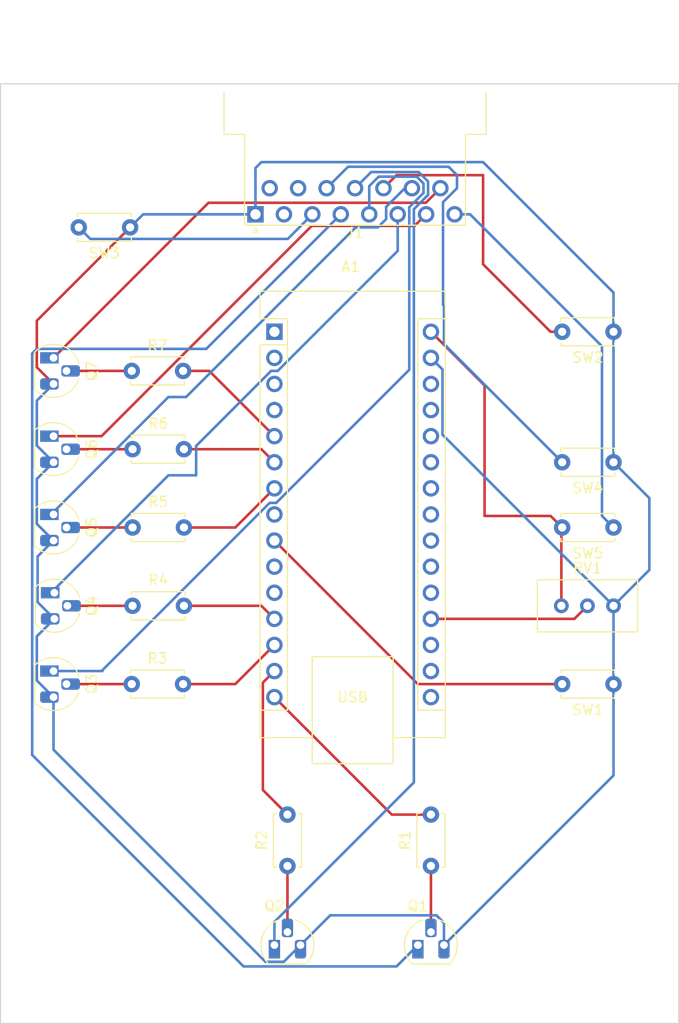
<source format=kicad_pcb>
(kicad_pcb (version 20221018) (generator pcbnew)
  (layers (0 "F.Cu" signal) (31 "B.Cu" signal) (34 "B.Paste" user) (35 "F.Paste" user) (36 "B.SilkS" user "B.Silkscreen") (37 "F.SilkS" user "F.Silkscreen") (38 "B.Mask" user) (39 "F.Mask" user) (44 "Edge.Cuts" user))
  (net 0 "")
  (net 5 "Net-(A1-D2)")
  (net 6 "Net-(A1-D3)")
  (net 7 "Net-(A1-D4)")
  (net 9 "Net-(A1-D6)")
  (net 12 "Net-(A1-D9)")
  (net 13 "Net-(A1-D10)")
  (net 14 "Net-(A1-D11)")
  (net 15 "Net-(A1-D12)")
  (net 19 "Net-(A1-A0)")
  (net 29 "Net-(A1-VIN)")
  (net 30 "Net-(Q1-E)")
  (net 31 "Net-(Q3-E)")
  (net 33 "Net-(Q4-E)")
  (net 34 "Net-(Q6-E)")
  (net 35 "Net-(SW3-A)")
  (net 36 "Net-(J1-P12)")
  (net 37 "Net-(J1-P13)")
  (net 40 "Net-(J1-P14)")
  (net 41 "Net-(J1-P15)")
  (net 42 "Net-(Q2-B)")
  (net 43 "Net-(Q3-B)")
  (net 44 "Net-(Q4-B)")
  (net 45 "Net-(Q1-B)")
  (net 46 "GND")
  (net 47 "Net-(Q5-B)")
  (net 48 "Net-(Q6-B)")
  (net 49 "Net-(Q7-B)")
  (net 50 "Net-(J1-P111)")
  (net 51 "Net-(SW4-B)")
  (footprint "Capacitor_THT:C_Disc_D5.0mm_W2.5mm_P5.00mm" (layer "F.Cu") (at 160.02 91.44 180)
    (fp_text reference "SW2" (at 2.5 -2.5) (layer "F.SilkS"))
    (fp_text value "A button")
    (fp_line (start -0.12 -1.37) (end -0.12 -1.055) (stroke (width 0.12)) (layer "F.SilkS"))
    (fp_line (start -0.12 -1.37) (end 5.12 -1.37) (stroke (width 0.12)) (layer "F.SilkS"))
    (fp_line (start -0.12 1.055) (end -0.12 1.37) (stroke (width 0.12)) (layer "F.SilkS"))
    (fp_line (start -0.12 1.37) (end 5.12 1.37) (stroke (width 0.12)) (layer "F.SilkS"))
    (fp_line (start 5.12 -1.37) (end 5.12 -1.055) (stroke (width 0.12)) (layer "F.SilkS"))
    (fp_line (start 5.12 1.055) (end 5.12 1.37) (stroke (width 0.12)) (layer "F.SilkS"))
    (pad "1" thru_hole circle (at 0 0 180) (size 1.6 1.6) (drill 0.8) (layers "*.Cu" "*.Mask") (net 46 "GND"))
    (pad "2" thru_hole circle (at 5 0 180) (size 1.6 1.6) (drill 0.8) (layers "*.Cu" "*.Mask") (net 37 "Net-(J1-P13)"))
  )
  (footprint "Potentiometer_THT:Potentiometer_Bourns_3296W_Vertical" (layer "F.Cu") (at 160.02 118.11)
    (fp_text reference "RV1" (at -2.54 -3.66) (layer "F.SilkS"))
    (fp_text value "10k pot")
    (fp_line (start -7.425 -2.53) (end -7.425 2.54) (stroke (width 0.12)) (layer "F.SilkS"))
    (fp_line (start -7.425 -2.53) (end 2.345 -2.53) (stroke (width 0.12)) (layer "F.SilkS"))
    (fp_line (start -7.425 2.54) (end 2.345 2.54) (stroke (width 0.12)) (layer "F.SilkS"))
    (fp_line (start 2.345 -2.53) (end 2.345 2.54) (stroke (width 0.12)) (layer "F.SilkS"))
    (pad "1" thru_hole circle (at 0 0) (size 1.44 1.44) (drill 0.8) (layers "*.Cu" "*.Mask") (net 46 "GND"))
    (pad "2" thru_hole circle (at -2.54 0) (size 1.44 1.44) (drill 0.8) (layers "*.Cu" "*.Mask") (net 19 "Net-(A1-A0)"))
    (pad "3" thru_hole circle (at -5.08 0) (size 1.44 1.44) (drill 0.8) (layers "*.Cu" "*.Mask") (net 29 "Net-(A1-VIN)"))
  )
  (footprint "Package_TO_SOT_THT:TO-92_HandSolder" (layer "F.Cu") (at 105.57 116.84 -90)
    (fp_text reference "Q4" (at 1.27 -3.65 90) (layer "F.SilkS"))
    (fp_text value "2N2222")
    (fp_line (start -0.53 1.85) (end 3.07 1.85) (stroke (width 0.12)) (layer "F.SilkS"))
    (fp_arc (start -0.541875 1.841741) (mid -1.247231 -0.581764) (end 0.45 -2.45) (stroke (width 0.12)) (layer "F.SilkS"))
    (fp_arc (start 2.05 -2.45) (mid 3.769931 -0.601036) (end 3.078445 1.827684) (stroke (width 0.12)) (layer "F.SilkS"))
    (pad "1" thru_hole rect (at 0 0 270) (size 1.1 1.8) (drill 0.75 (offset 0 0.4)) (layers "*.Cu" "*.Mask") (net 33 "Net-(Q4-E)"))
    (pad "2" thru_hole roundrect (at 1.27 -1.27 270) (size 1.1 1.8) (drill 0.75 (offset 0 -0.4)) (layers "*.Cu" "*.Mask") (net 44 "Net-(Q4-B)"))
    (pad "3" thru_hole roundrect (at 2.54 0 270) (size 1.1 1.8) (drill 0.75 (offset 0 0.4)) (layers "*.Cu" "*.Mask") (net 46 "GND"))
  )
  (footprint "Package_TO_SOT_THT:TO-92_HandSolder" (layer "F.Cu") (at 105.49 124.46 -90)
    (fp_text reference "Q3" (at 1.27 -3.73 90) (layer "F.SilkS"))
    (fp_text value "2N2222")
    (fp_line (start -0.53 1.85) (end 3.07 1.85) (stroke (width 0.12)) (layer "F.SilkS"))
    (fp_arc (start -0.541875 1.841741) (mid -1.247231 -0.581764) (end 0.45 -2.45) (stroke (width 0.12)) (layer "F.SilkS"))
    (fp_arc (start 2.05 -2.45) (mid 3.769931 -0.601036) (end 3.078445 1.827684) (stroke (width 0.12)) (layer "F.SilkS"))
    (pad "1" thru_hole rect (at 0 0 270) (size 1.1 1.8) (drill 0.75 (offset 0 0.4)) (layers "*.Cu" "*.Mask") (net 31 "Net-(Q3-E)"))
    (pad "2" thru_hole roundrect (at 1.27 -1.27 270) (size 1.1 1.8) (drill 0.75 (offset 0 -0.4)) (layers "*.Cu" "*.Mask") (net 43 "Net-(Q3-B)"))
    (pad "3" thru_hole roundrect (at 2.54 0 270) (size 1.1 1.8) (drill 0.75 (offset 0 0.4)) (layers "*.Cu" "*.Mask") (net 46 "GND"))
  )
  (footprint "Capacitor_THT:C_Disc_D5.0mm_W2.5mm_P5.00mm" (layer "F.Cu") (at 113.11 95.25)
    (fp_text reference "R7" (at 2.5 -2.5) (layer "F.SilkS"))
    (fp_text value "10k")
    (fp_line (start -0.12 -1.37) (end -0.12 -1.055) (stroke (width 0.12)) (layer "F.SilkS"))
    (fp_line (start -0.12 -1.37) (end 5.12 -1.37) (stroke (width 0.12)) (layer "F.SilkS"))
    (fp_line (start -0.12 1.055) (end -0.12 1.37) (stroke (width 0.12)) (layer "F.SilkS"))
    (fp_line (start -0.12 1.37) (end 5.12 1.37) (stroke (width 0.12)) (layer "F.SilkS"))
    (fp_line (start 5.12 -1.37) (end 5.12 -1.055) (stroke (width 0.12)) (layer "F.SilkS"))
    (fp_line (start 5.12 1.055) (end 5.12 1.37) (stroke (width 0.12)) (layer "F.SilkS"))
    (pad "1" thru_hole circle (at 0 0) (size 1.6 1.6) (drill 0.8) (layers "*.Cu" "*.Mask") (net 49 "Net-(Q7-B)"))
    (pad "2" thru_hole circle (at 5 0) (size 1.6 1.6) (drill 0.8) (layers "*.Cu" "*.Mask") (net 5 "Net-(A1-D2)"))
  )
  (footprint "Package_TO_SOT_THT:TO-92_HandSolder" (layer "F.Cu") (at 105.49 101.6 -90)
    (fp_text reference "Q6" (at 1.27 -3.73 90) (layer "F.SilkS"))
    (fp_text value "2N2222")
    (fp_line (start -0.53 1.85) (end 3.07 1.85) (stroke (width 0.12)) (layer "F.SilkS"))
    (fp_arc (start -0.541875 1.841741) (mid -1.247231 -0.581764) (end 0.45 -2.45) (stroke (width 0.12)) (layer "F.SilkS"))
    (fp_arc (start 2.05 -2.45) (mid 3.769931 -0.601036) (end 3.078445 1.827684) (stroke (width 0.12)) (layer "F.SilkS"))
    (pad "1" thru_hole rect (at 0 0 270) (size 1.1 1.8) (drill 0.75 (offset 0 0.4)) (layers "*.Cu" "*.Mask") (net 34 "Net-(Q6-E)"))
    (pad "2" thru_hole roundrect (at 1.27 -1.27 270) (size 1.1 1.8) (drill 0.75 (offset 0 -0.4)) (layers "*.Cu" "*.Mask") (net 48 "Net-(Q6-B)"))
    (pad "3" thru_hole roundrect (at 2.54 0 270) (size 1.1 1.8) (drill 0.75 (offset 0 0.4)) (layers "*.Cu" "*.Mask") (net 46 "GND"))
  )
  (footprint "Capacitor_THT:C_Disc_D5.0mm_W2.5mm_P5.00mm" (layer "F.Cu") (at 113.19 110.49)
    (fp_text reference "R5" (at 2.5 -2.5) (layer "F.SilkS"))
    (fp_text value "10k")
    (fp_line (start -0.12 -1.37) (end -0.12 -1.055) (stroke (width 0.12)) (layer "F.SilkS"))
    (fp_line (start -0.12 -1.37) (end 5.12 -1.37) (stroke (width 0.12)) (layer "F.SilkS"))
    (fp_line (start -0.12 1.055) (end -0.12 1.37) (stroke (width 0.12)) (layer "F.SilkS"))
    (fp_line (start -0.12 1.37) (end 5.12 1.37) (stroke (width 0.12)) (layer "F.SilkS"))
    (fp_line (start 5.12 -1.37) (end 5.12 -1.055) (stroke (width 0.12)) (layer "F.SilkS"))
    (fp_line (start 5.12 1.055) (end 5.12 1.37) (stroke (width 0.12)) (layer "F.SilkS"))
    (pad "1" thru_hole circle (at 0 0) (size 1.6 1.6) (drill 0.8) (layers "*.Cu" "*.Mask") (net 47 "Net-(Q5-B)"))
    (pad "2" thru_hole circle (at 5 0) (size 1.6 1.6) (drill 0.8) (layers "*.Cu" "*.Mask") (net 7 "Net-(A1-D4)"))
  )
  (footprint "Capacitor_THT:C_Disc_D5.0mm_W2.5mm_P5.00mm" (layer "F.Cu") (at 160.02 125.73 180)
    (fp_text reference "SW1" (at 2.5 -2.5) (layer "F.SilkS"))
    (fp_text value "Simple input toggle")
    (fp_line (start -0.12 -1.37) (end -0.12 -1.055) (stroke (width 0.12)) (layer "F.SilkS"))
    (fp_line (start -0.12 -1.37) (end 5.12 -1.37) (stroke (width 0.12)) (layer "F.SilkS"))
    (fp_line (start -0.12 1.055) (end -0.12 1.37) (stroke (width 0.12)) (layer "F.SilkS"))
    (fp_line (start -0.12 1.37) (end 5.12 1.37) (stroke (width 0.12)) (layer "F.SilkS"))
    (fp_line (start 5.12 -1.37) (end 5.12 -1.055) (stroke (width 0.12)) (layer "F.SilkS"))
    (fp_line (start 5.12 1.055) (end 5.12 1.37) (stroke (width 0.12)) (layer "F.SilkS"))
    (pad "1" thru_hole circle (at 0 0 180) (size 1.6 1.6) (drill 0.8) (layers "*.Cu" "*.Mask") (net 46 "GND"))
    (pad "2" thru_hole circle (at 5 0 180) (size 1.6 1.6) (drill 0.8) (layers "*.Cu" "*.Mask") (net 9 "Net-(A1-D6)"))
  )
  (footprint "Package_TO_SOT_THT:TO-92_HandSolder" (layer "F.Cu") (at 105.49 93.98 -90)
    (fp_text reference "Q7" (at 1.27 -3.73 90) (layer "F.SilkS"))
    (fp_text value "2N2222")
    (fp_line (start -0.53 1.85) (end 3.07 1.85) (stroke (width 0.12)) (layer "F.SilkS"))
    (fp_arc (start -0.541875 1.841741) (mid -1.247231 -0.581764) (end 0.45 -2.45) (stroke (width 0.12)) (layer "F.SilkS"))
    (fp_arc (start 2.05 -2.45) (mid 3.769931 -0.601036) (end 3.078445 1.827684) (stroke (width 0.12)) (layer "F.SilkS"))
    (pad "1" thru_hole rect (at 0 0 270) (size 1.1 1.8) (drill 0.75 (offset 0 0.4)) (layers "*.Cu" "*.Mask") (net 41 "Net-(J1-P15)"))
    (pad "2" thru_hole roundrect (at 1.27 -1.27 270) (size 1.1 1.8) (drill 0.75 (offset 0 -0.4)) (layers "*.Cu" "*.Mask") (net 49 "Net-(Q7-B)"))
    (pad "3" thru_hole roundrect (at 2.54 0 270) (size 1.1 1.8) (drill 0.75 (offset 0 0.4)) (layers "*.Cu" "*.Mask") (net 46 "GND"))
  )
  (footprint "Capacitor_THT:C_Disc_D5.0mm_W2.5mm_P5.00mm" (layer "F.Cu") (at 160.02 104.14 180)
    (fp_text reference "SW4" (at 2.5 -2.5) (layer "F.SilkS"))
    (fp_text value "Start button")
    (fp_line (start -0.12 -1.37) (end -0.12 -1.055) (stroke (width 0.12)) (layer "F.SilkS"))
    (fp_line (start -0.12 -1.37) (end 5.12 -1.37) (stroke (width 0.12)) (layer "F.SilkS"))
    (fp_line (start -0.12 1.055) (end -0.12 1.37) (stroke (width 0.12)) (layer "F.SilkS"))
    (fp_line (start -0.12 1.37) (end 5.12 1.37) (stroke (width 0.12)) (layer "F.SilkS"))
    (fp_line (start 5.12 -1.37) (end 5.12 -1.055) (stroke (width 0.12)) (layer "F.SilkS"))
    (fp_line (start 5.12 1.055) (end 5.12 1.37) (stroke (width 0.12)) (layer "F.SilkS"))
    (pad "1" thru_hole circle (at 0 0 180) (size 1.6 1.6) (drill 0.8) (layers "*.Cu" "*.Mask") (net 46 "GND"))
    (pad "2" thru_hole circle (at 5 0 180) (size 1.6 1.6) (drill 0.8) (layers "*.Cu" "*.Mask") (net 50 "Net-(J1-P111)"))
  )
  (footprint "Capacitor_THT:C_Disc_D5.0mm_W2.5mm_P5.00mm" (layer "F.Cu") (at 160.02 110.49 180)
    (fp_text reference "SW5" (at 2.5 -2.5) (layer "F.SilkS"))
    (fp_text value "Power")
    (fp_line (start -0.12 -1.37) (end -0.12 -1.055) (stroke (width 0.12)) (layer "F.SilkS"))
    (fp_line (start -0.12 -1.37) (end 5.12 -1.37) (stroke (width 0.12)) (layer "F.SilkS"))
    (fp_line (start -0.12 1.055) (end -0.12 1.37) (stroke (width 0.12)) (layer "F.SilkS"))
    (fp_line (start -0.12 1.37) (end 5.12 1.37) (stroke (width 0.12)) (layer "F.SilkS"))
    (fp_line (start 5.12 -1.37) (end 5.12 -1.055) (stroke (width 0.12)) (layer "F.SilkS"))
    (fp_line (start 5.12 1.055) (end 5.12 1.37) (stroke (width 0.12)) (layer "F.SilkS"))
    (pad "1" thru_hole circle (at 0 0 180) (size 1.6 1.6) (drill 0.8) (layers "*.Cu" "*.Mask") (net 35 "Net-(SW3-A)"))
    (pad "2" thru_hole circle (at 5 0 180) (size 1.6 1.6) (drill 0.8) (layers "*.Cu" "*.Mask") (net 29 "Net-(A1-VIN)"))
  )
  (footprint "Connector_Dsub:DSUB-15_Female_Horizontal_P2.77x2.54mm_EdgePinOffset9.40mm" (layer "F.Cu") (at 125.155 80.01 180)
    (fp_text reference "J1" (at -9.695 -1.8) (layer "F.SilkS"))
    (fp_text value "DA15_Receptacle")
    (fp_line (start -22.455 7.78) (end -20.45 7.78) (stroke (width 0.12)) (layer "F.SilkS"))
    (fp_line (start -22.455 11.88) (end -22.455 7.78) (stroke (width 0.12)) (layer "F.SilkS"))
    (fp_line (start -20.45 -1.06) (end 1.06 -1.06) (stroke (width 0.12)) (layer "F.SilkS"))
    (fp_line (start -20.45 7.78) (end -20.45 -1.06) (stroke (width 0.12)) (layer "F.SilkS"))
    (fp_line (start -0.25 -1.754338) (end 0.25 -1.754338) (stroke (width 0.12)) (layer "F.SilkS"))
    (fp_line (start 0 -1.321325) (end -0.25 -1.754338) (stroke (width 0.12)) (layer "F.SilkS"))
    (fp_line (start 0.25 -1.754338) (end 0 -1.321325) (stroke (width 0.12)) (layer "F.SilkS"))
    (fp_line (start 1.06 -1.06) (end 1.06 7.78) (stroke (width 0.12)) (layer "F.SilkS"))
    (fp_line (start 1.06 7.78) (end 3.065 7.78) (stroke (width 0.12)) (layer "F.SilkS"))
    (fp_line (start 3.065 7.78) (end 3.065 11.88) (stroke (width 0.12)) (layer "F.SilkS"))
    (pad "1" thru_hole rect (at 0 0 180) (size 1.6 1.6) (drill 1) (layers "*.Cu" "*.Mask") (net 46 "GND"))
    (pad "2" thru_hole circle (at -2.77 0 180) (size 1.6 1.6) (drill 1) (layers "*.Cu" "*.Mask"))
    (pad "3" thru_hole circle (at -5.54 0 180) (size 1.6 1.6) (drill 1) (layers "*.Cu" "*.Mask") (net 51 "Net-(SW4-B)"))
    (pad "4" thru_hole circle (at -8.31 0 180) (size 1.6 1.6) (drill 1) (layers "*.Cu" "*.Mask") (net 30 "Net-(Q1-E)"))
    (pad "5" thru_hole circle (at -11.08 0 180) (size 1.6 1.6) (drill 1) (layers "*.Cu" "*.Mask") (net 31 "Net-(Q3-E)"))
    (pad "6" thru_hole circle (at -13.85 0 180) (size 1.6 1.6) (drill 1) (layers "*.Cu" "*.Mask") (net 33 "Net-(Q4-E)"))
    (pad "7" thru_hole circle (at -16.62 0 180) (size 1.6 1.6) (drill 1) (layers "*.Cu" "*.Mask") (net 34 "Net-(Q6-E)"))
    (pad "8" thru_hole circle (at -19.39 0 180) (size 1.6 1.6) (drill 1) (layers "*.Cu" "*.Mask") (net 35 "Net-(SW3-A)"))
    (pad "9" thru_hole circle (at -1.385 2.54 180) (size 1.6 1.6) (drill 1) (layers "*.Cu" "*.Mask"))
    (pad "10" thru_hole circle (at -4.155 2.54 180) (size 1.6 1.6) (drill 1) (layers "*.Cu" "*.Mask"))
    (pad "11" thru_hole circle (at -6.925 2.54 180) (size 1.6 1.6) (drill 1) (layers "*.Cu" "*.Mask") (net 50 "Net-(J1-P111)"))
    (pad "12" thru_hole circle (at -9.695 2.54 180) (size 1.6 1.6) (drill 1) (layers "*.Cu" "*.Mask") (net 36 "Net-(J1-P12)"))
    (pad "13" thru_hole circle (at -12.465 2.54 180) (size 1.6 1.6) (drill 1) (layers "*.Cu" "*.Mask") (net 37 "Net-(J1-P13)"))
    (pad "14" thru_hole circle (at -15.235 2.54 180) (size 1.6 1.6) (drill 1) (layers "*.Cu" "*.Mask") (net 40 "Net-(J1-P14)"))
    (pad "15" thru_hole circle (at -18.005 2.54 180) (size 1.6 1.6) (drill 1) (layers "*.Cu" "*.Mask") (net 41 "Net-(J1-P15)"))
  )
  (footprint "Capacitor_THT:C_Disc_D5.0mm_W2.5mm_P5.00mm" (layer "F.Cu") (at 113.11 125.73)
    (fp_text reference "R3" (at 2.5 -2.5) (layer "F.SilkS"))
    (fp_text value "10k")
    (fp_line (start -0.12 -1.37) (end -0.12 -1.055) (stroke (width 0.12)) (layer "F.SilkS"))
    (fp_line (start -0.12 -1.37) (end 5.12 -1.37) (stroke (width 0.12)) (layer "F.SilkS"))
    (fp_line (start -0.12 1.055) (end -0.12 1.37) (stroke (width 0.12)) (layer "F.SilkS"))
    (fp_line (start -0.12 1.37) (end 5.12 1.37) (stroke (width 0.12)) (layer "F.SilkS"))
    (fp_line (start 5.12 -1.37) (end 5.12 -1.055) (stroke (width 0.12)) (layer "F.SilkS"))
    (fp_line (start 5.12 1.055) (end 5.12 1.37) (stroke (width 0.12)) (layer "F.SilkS"))
    (pad "1" thru_hole circle (at 0 0) (size 1.6 1.6) (drill 0.8) (layers "*.Cu" "*.Mask") (net 43 "Net-(Q3-B)"))
    (pad "2" thru_hole circle (at 5 0) (size 1.6 1.6) (drill 0.8) (layers "*.Cu" "*.Mask") (net 13 "Net-(A1-D10)"))
  )
  (footprint "Capacitor_THT:C_Disc_D5.0mm_W2.5mm_P5.00mm" (layer "F.Cu") (at 128.27 143.43 90)
    (fp_text reference "R2" (at 2.5 -2.5 90) (layer "F.SilkS"))
    (fp_text value "10k")
    (fp_line (start -0.12 -1.37) (end -0.12 -1.055) (stroke (width 0.12)) (layer "F.SilkS"))
    (fp_line (start -0.12 -1.37) (end 5.12 -1.37) (stroke (width 0.12)) (layer "F.SilkS"))
    (fp_line (start -0.12 1.055) (end -0.12 1.37) (stroke (width 0.12)) (layer "F.SilkS"))
    (fp_line (start -0.12 1.37) (end 5.12 1.37) (stroke (width 0.12)) (layer "F.SilkS"))
    (fp_line (start 5.12 -1.37) (end 5.12 -1.055) (stroke (width 0.12)) (layer "F.SilkS"))
    (fp_line (start 5.12 1.055) (end 5.12 1.37) (stroke (width 0.12)) (layer "F.SilkS"))
    (pad "1" thru_hole circle (at 0 0 90) (size 1.6 1.6) (drill 0.8) (layers "*.Cu" "*.Mask") (net 42 "Net-(Q2-B)"))
    (pad "2" thru_hole circle (at 5 0 90) (size 1.6 1.6) (drill 0.8) (layers "*.Cu" "*.Mask") (net 14 "Net-(A1-D11)"))
  )
  (footprint "Capacitor_THT:C_Disc_D5.0mm_W2.5mm_P5.00mm" (layer "F.Cu") (at 113.19 118.11)
    (fp_text reference "R4" (at 2.5 -2.5) (layer "F.SilkS"))
    (fp_text value "10k")
    (fp_line (start -0.12 -1.37) (end -0.12 -1.055) (stroke (width 0.12)) (layer "F.SilkS"))
    (fp_line (start -0.12 -1.37) (end 5.12 -1.37) (stroke (width 0.12)) (layer "F.SilkS"))
    (fp_line (start -0.12 1.055) (end -0.12 1.37) (stroke (width 0.12)) (layer "F.SilkS"))
    (fp_line (start -0.12 1.37) (end 5.12 1.37) (stroke (width 0.12)) (layer "F.SilkS"))
    (fp_line (start 5.12 -1.37) (end 5.12 -1.055) (stroke (width 0.12)) (layer "F.SilkS"))
    (fp_line (start 5.12 1.055) (end 5.12 1.37) (stroke (width 0.12)) (layer "F.SilkS"))
    (pad "1" thru_hole circle (at 0 0) (size 1.6 1.6) (drill 0.8) (layers "*.Cu" "*.Mask") (net 44 "Net-(Q4-B)"))
    (pad "2" thru_hole circle (at 5 0) (size 1.6 1.6) (drill 0.8) (layers "*.Cu" "*.Mask") (net 12 "Net-(A1-D9)"))
  )
  (footprint "MountingHole:MountingHole_2.1mm" (layer "F.Cu") (at 156.21 152.4)
    (fp_text reference " " (at 0 -3.2) (layer "F.SilkS"))
    (fp_text value " ")
    (pad "" np_thru_hole circle (at 0 0) (size 2.1 2.1) (drill 2.1) (layers "F&B.Cu" "*.Mask"))
  )
  (footprint "MountingHole:MountingHole_2.1mm" (layer "F.Cu") (at 110.49 152.4)
    (fp_text reference " " (at 0 -3.2) (layer "F.SilkS"))
    (fp_text value " ")
    (pad "" np_thru_hole circle (at 0 0) (size 2.1 2.1) (drill 2.1) (layers "F&B.Cu" "*.Mask"))
  )
  (footprint "Package_TO_SOT_THT:TO-92_HandSolder" (layer "F.Cu") (at 105.49 109.22 -90)
    (fp_text reference "Q5" (at 1.27 -3.73 90) (layer "F.SilkS"))
    (fp_text value "2N2222")
    (fp_line (start -0.53 1.85) (end 3.07 1.85) (stroke (width 0.12)) (layer "F.SilkS"))
    (fp_arc (start -0.541875 1.841741) (mid -1.247231 -0.581764) (end 0.45 -2.45) (stroke (width 0.12)) (layer "F.SilkS"))
    (fp_arc (start 2.05 -2.45) (mid 3.769931 -0.601036) (end 3.078445 1.827684) (stroke (width 0.12)) (layer "F.SilkS"))
    (pad "1" thru_hole rect (at 0 0 270) (size 1.1 1.8) (drill 0.75 (offset 0 0.4)) (layers "*.Cu" "*.Mask") (net 40 "Net-(J1-P14)"))
    (pad "2" thru_hole roundrect (at 1.27 -1.27 270) (size 1.1 1.8) (drill 0.75 (offset 0 -0.4)) (layers "*.Cu" "*.Mask") (net 47 "Net-(Q5-B)"))
    (pad "3" thru_hole roundrect (at 2.54 0 270) (size 1.1 1.8) (drill 0.75 (offset 0 0.4)) (layers "*.Cu" "*.Mask") (net 46 "GND"))
  )
  (footprint "Capacitor_THT:C_Disc_D5.0mm_W2.5mm_P5.00mm" (layer "F.Cu") (at 112.95 81.28 180)
    (fp_text reference "SW3" (at 2.5 -2.5) (layer "F.SilkS"))
    (fp_text value "Select button")
    (fp_line (start -0.12 -1.37) (end -0.12 -1.055) (stroke (width 0.12)) (layer "F.SilkS"))
    (fp_line (start -0.12 -1.37) (end 5.12 -1.37) (stroke (width 0.12)) (layer "F.SilkS"))
    (fp_line (start -0.12 1.055) (end -0.12 1.37) (stroke (width 0.12)) (layer "F.SilkS"))
    (fp_line (start -0.12 1.37) (end 5.12 1.37) (stroke (width 0.12)) (layer "F.SilkS"))
    (fp_line (start 5.12 -1.37) (end 5.12 -1.055) (stroke (width 0.12)) (layer "F.SilkS"))
    (fp_line (start 5.12 1.055) (end 5.12 1.37) (stroke (width 0.12)) (layer "F.SilkS"))
    (pad "1" thru_hole circle (at 0 0 180) (size 1.6 1.6) (drill 0.8) (layers "*.Cu" "*.Mask") (net 46 "GND"))
    (pad "2" thru_hole circle (at 5 0 180) (size 1.6 1.6) (drill 0.8) (layers "*.Cu" "*.Mask") (net 51 "Net-(SW4-B)"))
  )
  (footprint "Capacitor_THT:C_Disc_D5.0mm_W2.5mm_P5.00mm" (layer "F.Cu") (at 142.24 143.43 90)
    (fp_text reference "R1" (at 2.5 -2.5 90) (layer "F.SilkS"))
    (fp_text value "10k")
    (fp_line (start -0.12 -1.37) (end -0.12 -1.055) (stroke (width 0.12)) (layer "F.SilkS"))
    (fp_line (start -0.12 -1.37) (end 5.12 -1.37) (stroke (width 0.12)) (layer "F.SilkS"))
    (fp_line (start -0.12 1.055) (end -0.12 1.37) (stroke (width 0.12)) (layer "F.SilkS"))
    (fp_line (start -0.12 1.37) (end 5.12 1.37) (stroke (width 0.12)) (layer "F.SilkS"))
    (fp_line (start 5.12 -1.37) (end 5.12 -1.055) (stroke (width 0.12)) (layer "F.SilkS"))
    (fp_line (start 5.12 1.055) (end 5.12 1.37) (stroke (width 0.12)) (layer "F.SilkS"))
    (pad "1" thru_hole circle (at 0 0 90) (size 1.6 1.6) (drill 0.8) (layers "*.Cu" "*.Mask") (net 45 "Net-(Q1-B)"))
    (pad "2" thru_hole circle (at 5 0 90) (size 1.6 1.6) (drill 0.8) (layers "*.Cu" "*.Mask") (net 15 "Net-(A1-D12)"))
  )
  (footprint "Package_TO_SOT_THT:TO-92_HandSolder" (layer "F.Cu") (at 140.97 151.13)
    (fp_text reference "Q1" (at 0 -3.81) (layer "F.SilkS"))
    (fp_text value "2N2222")
    (fp_line (start -0.53 1.85) (end 3.07 1.85) (stroke (width 0.12)) (layer "F.SilkS"))
    (fp_arc (start -0.541875 1.841741) (mid -1.247231 -0.581764) (end 0.45 -2.45) (stroke (width 0.12)) (layer "F.SilkS"))
    (fp_arc (start 2.05 -2.45) (mid 3.769931 -0.601036) (end 3.078445 1.827684) (stroke (width 0.12)) (layer "F.SilkS"))
    (pad "1" thru_hole rect (at 0 0) (size 1.1 1.8) (drill 0.75 (offset 0 0.4)) (layers "*.Cu" "*.Mask") (net 30 "Net-(Q1-E)"))
    (pad "2" thru_hole roundrect (at 1.27 -1.27) (size 1.1 1.8) (drill 0.75 (offset 0 -0.4)) (layers "*.Cu" "*.Mask") (net 45 "Net-(Q1-B)"))
    (pad "3" thru_hole roundrect (at 2.54 0) (size 1.1 1.8) (drill 0.75 (offset 0 0.4)) (layers "*.Cu" "*.Mask") (net 46 "GND"))
  )
  (footprint "Module:Arduino_Nano" (layer "F.Cu") (at 127 91.44)
    (fp_text reference "A1" (at 7.445 -6.340331) (layer "F.SilkS"))
    (fp_text value "Arduino Nano")
    (fp_text user "USB" (at 7.62 35.56 unlocked) (layer "F.SilkS"))
    (fp_line (start -1.4 -3.94) (end -1.4 -1.27) (stroke (width 0.12)) (layer "F.SilkS"))
    (fp_line (start -1.4 1.27) (end -1.4 39.5) (stroke (width 0.12)) (layer "F.SilkS"))
    (fp_line (start -1.4 39.5) (end 3.68 39.5) (stroke (width 0.12)) (layer "F.SilkS"))
    (fp_line (start 1.27 -1.27) (end -1.4 -1.27) (stroke (width 0.12)) (layer "F.SilkS"))
    (fp_line (start 1.27 1.27) (end -1.4 1.27) (stroke (width 0.12)) (layer "F.SilkS"))
    (fp_line (start 1.27 1.27) (end 1.27 -1.27) (stroke (width 0.12)) (layer "F.SilkS"))
    (fp_line (start 1.27 1.27) (end 1.27 36.83) (stroke (width 0.12)) (layer "F.SilkS"))
    (fp_line (start 1.27 36.83) (end -1.4 36.83) (stroke (width 0.12)) (layer "F.SilkS"))
    (fp_line (start 3.68 31.62) (end 11.56 31.62) (stroke (width 0.12)) (layer "F.SilkS"))
    (fp_line (start 3.68 42.04) (end 3.68 31.62) (stroke (width 0.12)) (layer "F.SilkS"))
    (fp_line (start 11.56 31.62) (end 11.56 42.04) (stroke (width 0.12)) (layer "F.SilkS"))
    (fp_line (start 11.56 42.04) (end 3.68 42.04) (stroke (width 0.12)) (layer "F.SilkS"))
    (fp_line (start 13.97 -1.27) (end 13.97 36.83) (stroke (width 0.12)) (layer "F.SilkS"))
    (fp_line (start 13.97 -1.27) (end 16.64 -1.27) (stroke (width 0.12)) (layer "F.SilkS"))
    (fp_line (start 13.97 36.83) (end 16.64 36.83) (stroke (width 0.12)) (layer "F.SilkS"))
    (fp_line (start 16.64 -3.94) (end -1.4 -3.94) (stroke (width 0.12)) (layer "F.SilkS"))
    (fp_line (start 16.64 39.5) (end 11.56 39.5) (stroke (width 0.12)) (layer "F.SilkS"))
    (fp_line (start 16.64 39.5) (end 16.64 -3.94) (stroke (width 0.12)) (layer "F.SilkS"))
    (pad "1" thru_hole rect (at 0 0) (size 1.6 1.6) (drill 1) (layers "*.Cu" "*.Mask"))
    (pad "2" thru_hole oval (at 0 2.54) (size 1.6 1.6) (drill 1) (layers "*.Cu" "*.Mask"))
    (pad "3" thru_hole oval (at 0 5.08) (size 1.6 1.6) (drill 1) (layers "*.Cu" "*.Mask"))
    (pad "4" thru_hole oval (at 0 7.62) (size 1.6 1.6) (drill 1) (layers "*.Cu" "*.Mask"))
    (pad "5" thru_hole oval (at 0 10.16) (size 1.6 1.6) (drill 1) (layers "*.Cu" "*.Mask") (net 5 "Net-(A1-D2)"))
    (pad "6" thru_hole oval (at 0 12.7) (size 1.6 1.6) (drill 1) (layers "*.Cu" "*.Mask") (net 6 "Net-(A1-D3)"))
    (pad "7" thru_hole oval (at 0 15.24) (size 1.6 1.6) (drill 1) (layers "*.Cu" "*.Mask") (net 7 "Net-(A1-D4)"))
    (pad "8" thru_hole oval (at 0 17.78) (size 1.6 1.6) (drill 1) (layers "*.Cu" "*.Mask"))
    (pad "9" thru_hole oval (at 0 20.32) (size 1.6 1.6) (drill 1) (layers "*.Cu" "*.Mask") (net 9 "Net-(A1-D6)"))
    (pad "10" thru_hole oval (at 0 22.86) (size 1.6 1.6) (drill 1) (layers "*.Cu" "*.Mask"))
    (pad "11" thru_hole oval (at 0 25.4) (size 1.6 1.6) (drill 1) (layers "*.Cu" "*.Mask"))
    (pad "12" thru_hole oval (at 0 27.94) (size 1.6 1.6) (drill 1) (layers "*.Cu" "*.Mask") (net 12 "Net-(A1-D9)"))
    (pad "13" thru_hole oval (at 0 30.48) (size 1.6 1.6) (drill 1) (layers "*.Cu" "*.Mask") (net 13 "Net-(A1-D10)"))
    (pad "14" thru_hole oval (at 0 33.02) (size 1.6 1.6) (drill 1) (layers "*.Cu" "*.Mask") (net 14 "Net-(A1-D11)"))
    (pad "15" thru_hole oval (at 0 35.56) (size 1.6 1.6) (drill 1) (layers "*.Cu" "*.Mask") (net 15 "Net-(A1-D12)"))
    (pad "16" thru_hole oval (at 15.24 35.56) (size 1.6 1.6) (drill 1) (layers "*.Cu" "*.Mask"))
    (pad "17" thru_hole oval (at 15.24 33.02) (size 1.6 1.6) (drill 1) (layers "*.Cu" "*.Mask"))
    (pad "18" thru_hole oval (at 15.24 30.48) (size 1.6 1.6) (drill 1) (layers "*.Cu" "*.Mask"))
    (pad "19" thru_hole oval (at 15.24 27.94) (size 1.6 1.6) (drill 1) (layers "*.Cu" "*.Mask") (net 19 "Net-(A1-A0)"))
    (pad "20" thru_hole oval (at 15.24 25.4) (size 1.6 1.6) (drill 1) (layers "*.Cu" "*.Mask"))
    (pad "21" thru_hole oval (at 15.24 22.86) (size 1.6 1.6) (drill 1) (layers "*.Cu" "*.Mask"))
    (pad "22" thru_hole oval (at 15.24 20.32) (size 1.6 1.6) (drill 1) (layers "*.Cu" "*.Mask"))
    (pad "23" thru_hole oval (at 15.24 17.78) (size 1.6 1.6) (drill 1) (layers "*.Cu" "*.Mask"))
    (pad "24" thru_hole oval (at 15.24 15.24) (size 1.6 1.6) (drill 1) (layers "*.Cu" "*.Mask"))
    (pad "25" thru_hole oval (at 15.24 12.7) (size 1.6 1.6) (drill 1) (layers "*.Cu" "*.Mask"))
    (pad "26" thru_hole oval (at 15.24 10.16) (size 1.6 1.6) (drill 1) (layers "*.Cu" "*.Mask"))
    (pad "27" thru_hole oval (at 15.24 7.62) (size 1.6 1.6) (drill 1) (layers "*.Cu" "*.Mask"))
    (pad "28" thru_hole oval (at 15.24 5.08) (size 1.6 1.6) (drill 1) (layers "*.Cu" "*.Mask"))
    (pad "29" thru_hole oval (at 15.24 2.54) (size 1.6 1.6) (drill 1) (layers "*.Cu" "*.Mask") (net 46 "GND"))
    (pad "30" thru_hole oval (at 15.24 0) (size 1.6 1.6) (drill 1) (layers "*.Cu" "*.Mask") (net 29 "Net-(A1-VIN)"))
  )
  (footprint "Capacitor_THT:C_Disc_D5.0mm_W2.5mm_P5.00mm" (layer "F.Cu") (at 113.19 102.87)
    (fp_text reference "R6" (at 2.5 -2.5) (layer "F.SilkS"))
    (fp_text value "10k" hide)
    (fp_line (start -0.12 -1.37) (end -0.12 -1.055) (stroke (width 0.12)) (layer "F.SilkS"))
    (fp_line (start -0.12 -1.37) (end 5.12 -1.37) (stroke (width 0.12)) (layer "F.SilkS"))
    (fp_line (start -0.12 1.055) (end -0.12 1.37) (stroke (width 0.12)) (layer "F.SilkS"))
    (fp_line (start -0.12 1.37) (end 5.12 1.37) (stroke (width 0.12)) (layer "F.SilkS"))
    (fp_line (start 5.12 -1.37) (end 5.12 -1.055) (stroke (width 0.12)) (layer "F.SilkS"))
    (fp_line (start 5.12 1.055) (end 5.12 1.37) (stroke (width 0.12)) (layer "F.SilkS"))
    (pad "1" thru_hole circle (at 0 0) (size 1.6 1.6) (drill 0.8) (layers "*.Cu" "*.Mask") (net 48 "Net-(Q6-B)"))
    (pad "2" thru_hole circle (at 5 0) (size 1.6 1.6) (drill 0.8) (layers "*.Cu" "*.Mask") (net 6 "Net-(A1-D3)"))
  )
  (footprint "MountingHole:MountingHole_2.1mm" (layer "F.Cu") (at 110.49 74.93)
    (fp_text reference " " (at 0 -3.2) (layer "F.SilkS"))
    (fp_text value " ")
    (pad "" np_thru_hole circle (at 0 0) (size 2.1 2.1) (drill 2.1) (layers "*.Cu" "*.Mask"))
  )
  (footprint "MountingHole:MountingHole_2.1mm" (layer "F.Cu") (at 158.75 74.93)
    (fp_text reference " " (at 0 -3.2) (layer "F.SilkS"))
    (fp_text value " ")
    (pad "" np_thru_hole circle (at 0 0) (size 2.1 2.1) (drill 2.1) (layers "F&B.Cu" "*.Mask"))
  )
  (footprint "Package_TO_SOT_THT:TO-92_HandSolder" (layer "F.Cu") (at 127 151.13)
    (fp_text reference "Q2" (at 0 -3.81) (layer "F.SilkS"))
    (fp_text value "2N2222")
    (fp_line (start -0.53 1.85) (end 3.07 1.85) (stroke (width 0.12)) (layer "F.SilkS"))
    (fp_arc (start -0.541875 1.841741) (mid -1.247231 -0.581764) (end 0.45 -2.45) (stroke (width 0.12)) (layer "F.SilkS"))
    (fp_arc (start 2.05 -2.45) (mid 3.769931 -0.601036) (end 3.078445 1.827684) (stroke (width 0.12)) (layer "F.SilkS"))
    (pad "1" thru_hole rect (at 0 0) (size 1.1 1.8) (drill 0.75 (offset 0 0.4)) (layers "*.Cu" "*.Mask") (net 36 "Net-(J1-P12)"))
    (pad "2" thru_hole roundrect (at 1.27 -1.27) (size 1.1 1.8) (drill 0.75 (offset 0 -0.4)) (layers "*.Cu" "*.Mask") (net 42 "Net-(Q2-B)"))
    (pad "3" thru_hole roundrect (at 2.54 0) (size 1.1 1.8) (drill 0.75 (offset 0 0.4)) (layers "*.Cu" "*.Mask") (net 46 "GND"))
  )
  (gr_rect (start 100.33 67.31) (end 166.37 158.75) (stroke (width 0.1)) (fill none) (layer "Edge.Cuts"))
  (segment (start 120.65 95.25) (end 127 101.6) (width 0.25) (layer "F.Cu") (net 5))
  (segment (start 118.11 95.25) (end 120.65 95.25) (width 0.25) (layer "F.Cu") (net 5))
  (segment (start 125.73 102.87) (end 127 104.14) (width 0.25) (layer "F.Cu") (net 6))
  (segment (start 118.19 102.87) (end 125.73 102.87) (width 0.25) (layer "F.Cu") (net 6))
  (segment (start 118.19 110.49) (end 123.19 110.49) (width 0.25) (layer "F.Cu") (net 7))
  (segment (start 123.19 110.49) (end 127 106.68) (width 0.25) (layer "F.Cu") (net 7))
  (segment (start 140.97 125.73) (end 127 111.76) (width 0.25) (layer "F.Cu") (net 9))
  (segment (start 155.02 125.73) (end 140.97 125.73) (width 0.25) (layer "F.Cu") (net 9))
  (segment (start 118.19 118.11) (end 125.73 118.11) (width 0.25) (layer "F.Cu") (net 12))
  (segment (start 125.73 118.11) (end 127 119.38) (width 0.25) (layer "F.Cu") (net 12))
  (segment (start 123.19 125.73) (end 127 121.92) (width 0.25) (layer "F.Cu") (net 13))
  (segment (start 118.11 125.73) (end 123.19 125.73) (width 0.25) (layer "F.Cu") (net 13))
  (segment (start 128.27 138.43) (end 125.875 136.035) (width 0.25) (layer "F.Cu") (net 14))
  (segment (start 125.875 125.585) (end 127 124.46) (width 0.25) (layer "F.Cu") (net 14))
  (segment (start 125.875 136.035) (end 125.875 125.585) (width 0.25) (layer "F.Cu") (net 14))
  (segment (start 142.24 138.43) (end 138.43 138.43) (width 0.25) (layer "F.Cu") (net 15))
  (segment (start 138.43 138.43) (end 127 127) (width 0.25) (layer "F.Cu") (net 15))
  (segment (start 156.21 119.38) (end 142.24 119.38) (width 0.25) (layer "F.Cu") (net 19))
  (segment (start 157.48 118.11) (end 156.21 119.38) (width 0.25) (layer "F.Cu") (net 19))
  (segment (start 154.94 110.57) (end 155.02 110.49) (width 0.25) (layer "F.Cu") (net 29))
  (segment (start 154.94 118.11) (end 154.94 110.57) (width 0.25) (layer "F.Cu") (net 29))
  (segment (start 147.465 109.365) (end 147.465 96.665) (width 0.25) (layer "F.Cu") (net 29))
  (segment (start 155.02 110.49) (end 153.895 109.365) (width 0.25) (layer "F.Cu") (net 29))
  (segment (start 147.465 96.665) (end 142.24 91.44) (width 0.25) (layer "F.Cu") (net 29))
  (segment (start 153.895 109.365) (end 147.465 109.365) (width 0.25) (layer "F.Cu") (net 29))
  (segment (start 120.37 93.105) (end 133.465 80.01) (width 0.25) (layer "B.Cu") (net 30))
  (segment (start 103.415 132.625) (end 103.415 93.555) (width 0.25) (layer "B.Cu") (net 30))
  (segment (start 138.895 153.205) (end 123.995 153.205) (width 0.25) (layer "B.Cu") (net 30))
  (segment (start 103.865 93.105) (end 120.37 93.105) (width 0.25) (layer "B.Cu") (net 30))
  (segment (start 140.97 151.13) (end 138.895 153.205) (width 0.25) (layer "B.Cu") (net 30))
  (segment (start 123.995 153.205) (end 103.415 132.625) (width 0.25) (layer "B.Cu") (net 30))
  (segment (start 103.415 93.555) (end 103.865 93.105) (width 0.25) (layer "B.Cu") (net 30))
  (segment (start 140.855991 76.345) (end 137.154009 76.345) (width 0.25) (layer "B.Cu") (net 31))
  (segment (start 105.49 124.46) (end 110.249009 124.46) (width 0.25) (layer "B.Cu") (net 31))
  (segment (start 110.249009 124.38) (end 126.534009 108.095) (width 0.25) (layer "B.Cu") (net 31))
  (segment (start 141.515 77.935991) (end 141.515 77.004009) (width 0.25) (layer "B.Cu") (net 31))
  (segment (start 126.534009 108.095) (end 127.175991 108.095) (width 0.25) (layer "B.Cu") (net 31))
  (segment (start 137.154009 76.345) (end 136.235 77.264009) (width 0.25) (layer "B.Cu") (net 31))
  (segment (start 127.175991 108.095) (end 140.13 95.140991) (width 0.25) (layer "B.Cu") (net 31))
  (segment (start 140.13 95.140991) (end 140.13 79.320991) (width 0.25) (layer "B.Cu") (net 31))
  (segment (start 136.235 77.264009) (end 136.235 80.01) (width 0.25) (layer "B.Cu") (net 31))
  (segment (start 141.515 77.004009) (end 140.855991 76.345) (width 0.25) (layer "B.Cu") (net 31))
  (segment (start 110.249009 124.46) (end 110.249009 124.38) (width 0.25) (layer "B.Cu") (net 31))
  (segment (start 140.13 79.320991) (end 141.515 77.935991) (width 0.25) (layer "B.Cu") (net 31))
  (segment (start 127.320991 95.25) (end 139.005 83.565991) (width 0.25) (layer "B.Cu") (net 33))
  (segment (start 105.57 116.84) (end 105.57 116.519009) (width 0.25) (layer "B.Cu") (net 33))
  (segment (start 116.679009 105.41) (end 119.38 105.41) (width 0.25) (layer "B.Cu") (net 33))
  (segment (start 105.57 116.519009) (end 116.679009 105.41) (width 0.25) (layer "B.Cu") (net 33))
  (segment (start 126.679009 95.25) (end 127.320991 95.25) (width 0.25) (layer "B.Cu") (net 33))
  (segment (start 119.38 105.41) (end 119.38 102.549009) (width 0.25) (layer "B.Cu") (net 33))
  (segment (start 139.005 83.565991) (end 139.005 80.01) (width 0.25) (layer "B.Cu") (net 33))
  (segment (start 119.38 102.549009) (end 126.679009 95.25) (width 0.25) (layer "B.Cu") (net 33))
  (segment (start 140.65 81.135) (end 141.775 80.01) (width 0.25) (layer "F.Cu") (net 34))
  (segment (start 130.634009 81.135) (end 140.65 81.135) (width 0.25) (layer "F.Cu") (net 34))
  (segment (start 110.169009 101.6) (end 130.634009 81.135) (width 0.25) (layer "F.Cu") (net 34))
  (segment (start 105.49 101.6) (end 110.169009 101.6) (width 0.25) (layer "F.Cu") (net 34))
  (segment (start 158.895 109.365) (end 158.895 92.855) (width 0.25) (layer "B.Cu") (net 35))
  (segment (start 146.05 80.01) (end 144.545 80.01) (width 0.25) (layer "B.Cu") (net 35))
  (segment (start 158.895 92.855) (end 146.05 80.01) (width 0.25) (layer "B.Cu") (net 35))
  (segment (start 160.02 110.49) (end 158.895 109.365) (width 0.25) (layer "B.Cu") (net 35))
  (segment (start 141.965 78.122387) (end 141.965 76.817613) (width 0.25) (layer "B.Cu") (net 36))
  (segment (start 141.965 76.817613) (end 141.042387 75.895) (width 0.25) (layer "B.Cu") (net 36))
  (segment (start 127 148.88) (end 140.58 135.3) (width 0.25) (layer "B.Cu") (net 36))
  (segment (start 127 151.13) (end 127 148.88) (width 0.25) (layer "B.Cu") (net 36))
  (segment (start 136.425 75.895) (end 134.85 77.47) (width 0.25) (layer "B.Cu") (net 36))
  (segment (start 141.042387 75.895) (end 136.425 75.895) (width 0.25) (layer "B.Cu") (net 36))
  (segment (start 140.58 79.507387) (end 141.965 78.122387) (width 0.25) (layer "B.Cu") (net 36))
  (segment (start 140.58 135.3) (end 140.58 79.507387) (width 0.25) (layer "B.Cu") (net 36))
  (segment (start 147.32 84.87137) (end 147.32 76.2) (width 0.25) (layer "F.Cu") (net 37))
  (segment (start 138.89 76.2) (end 137.62 77.47) (width 0.25) (layer "F.Cu") (net 37))
  (segment (start 147.32 76.2) (end 138.89 76.2) (width 0.25) (layer "F.Cu") (net 37))
  (segment (start 153.88863 91.44) (end 147.32 84.87137) (width 0.25) (layer "F.Cu") (net 37))
  (segment (start 155.02 91.44) (end 153.88863 91.44) (width 0.25) (layer "F.Cu") (net 37))
  (segment (start 137.88 80.475991) (end 137.88 79.29) (width 0.25) (layer "B.Cu") (net 40))
  (segment (start 105.49 108.979009) (end 116.679009 97.79) (width 0.25) (layer "B.Cu") (net 40))
  (segment (start 118.4 97.79) (end 134.91 81.28) (width 0.25) (layer "B.Cu") (net 40))
  (segment (start 139.7 77.47) (end 140.39 77.47) (width 0.25) (layer "B.Cu") (net 40))
  (segment (start 137.88 79.29) (end 139.7 77.47) (width 0.25) (layer "B.Cu") (net 40))
  (segment (start 116.679009 97.79) (end 118.4 97.79) (width 0.25) (layer "B.Cu") (net 40))
  (segment (start 134.91 81.28) (end 137.075991 81.28) (width 0.25) (layer "B.Cu") (net 40))
  (segment (start 105.49 109.22) (end 105.49 108.979009) (width 0.25) (layer "B.Cu") (net 40))
  (segment (start 137.075991 81.28) (end 137.88 80.475991) (width 0.25) (layer "B.Cu") (net 40))
  (segment (start 141.745 78.885) (end 143.16 77.47) (width 0.25) (layer "F.Cu") (net 41))
  (segment (start 105.49 93.98) (end 120.585 78.885) (width 0.25) (layer "F.Cu") (net 41))
  (segment (start 120.585 78.885) (end 141.745 78.885) (width 0.25) (layer "F.Cu") (net 41))
  (segment (start 128.27 149.86) (end 128.27 143.43) (width 0.25) (layer "F.Cu") (net 42))
  (segment (start 106.76 125.73) (end 113.11 125.73) (width 0.25) (layer "F.Cu") (net 43))
  (segment (start 106.84 118.11) (end 113.19 118.11) (width 0.25) (layer "F.Cu") (net 44))
  (segment (start 142.24 149.86) (end 142.24 143.43) (width 0.25) (layer "F.Cu") (net 45))
  (segment (start 103.865 94.895) (end 103.865 90.365) (width 0.25) (layer "F.Cu") (net 46))
  (segment (start 105.49 96.52) (end 103.865 94.895) (width 0.25) (layer "F.Cu") (net 46))
  (segment (start 103.865 90.365) (end 112.95 81.28) (width 0.25) (layer "F.Cu") (net 46))
  (segment (start 105.57 119.38) (end 103.945 117.755) (width 0.25) (layer "B.Cu") (net 46))
  (segment (start 126.125 152.755) (end 105.49 132.12) (width 0.25) (layer "B.Cu") (net 46))
  (segment (start 105.49 132.12) (end 105.49 127) (width 0.25) (layer "B.Cu") (net 46))
  (segment (start 132.435 148.235) (end 129.54 151.13) (width 0.25) (layer "B.Cu") (net 46))
  (segment (start 105.49 104.14) (end 103.865 102.515) (width 0.25) (layer "B.Cu") (net 46))
  (segment (start 103.865 125.375) (end 103.865 121.085) (width 0.25) (layer "B.Cu") (net 46))
  (segment (start 103.865 98.145) (end 105.49 96.52) (width 0.25) (layer "B.Cu") (net 46))
  (segment (start 160.02 125.73) (end 160.02 134.62) (width 0.25) (layer "B.Cu") (net 46))
  (segment (start 160.02 125.73) (end 160.02 118.11) (width 0.25) (layer "B.Cu") (net 46))
  (segment (start 103.945 117.755) (end 103.945 113.305) (width 0.25) (layer "B.Cu") (net 46))
  (segment (start 163.509009 114.620991) (end 163.509009 107.629009) (width 0.25) (layer "B.Cu") (net 46))
  (segment (start 129.54 151.13) (end 127.915 152.755) (width 0.25) (layer "B.Cu") (net 46))
  (segment (start 103.865 102.515) (end 103.865 98.145) (width 0.25) (layer "B.Cu") (net 46))
  (segment (start 142.771148 148.235) (end 132.435 148.235) (width 0.25) (layer "B.Cu") (net 46))
  (segment (start 114.22 80.01) (end 112.95 81.28) (width 0.25) (layer "B.Cu") (net 46))
  (segment (start 103.945 113.305) (end 105.49 111.76) (width 0.25) (layer "B.Cu") (net 46))
  (segment (start 160.02 91.44) (end 160.02 87.63) (width 0.25) (layer "B.Cu") (net 46))
  (segment (start 105.49 127) (end 103.865 125.375) (width 0.25) (layer "B.Cu") (net 46))
  (segment (start 143.365 101.455) (end 160.02 118.11) (width 0.25) (layer "B.Cu") (net 46))
  (segment (start 160.02 118.11) (end 163.509009 114.620991) (width 0.25) (layer "B.Cu") (net 46))
  (segment (start 143.51 151.13) (end 143.51 148.973852) (width 0.25) (layer "B.Cu") (net 46))
  (segment (start 142.24 93.98) (end 143.365 95.105) (width 0.25) (layer "B.Cu") (net 46))
  (segment (start 147.32 74.93) (end 125.73 74.93) (width 0.25) (layer "B.Cu") (net 46))
  (segment (start 105.49 111.76) (end 103.865 110.135) (width 0.25) (layer "B.Cu") (net 46))
  (segment (start 103.865 121.085) (end 105.57 119.38) (width 0.25) (layer "B.Cu") (net 46))
  (segment (start 125.155 75.505) (end 125.155 80.01) (width 0.25) (layer "B.Cu") (net 46))
  (segment (start 114.22 80.01) (end 125.155 80.01) (width 0.25) (layer "B.Cu") (net 46))
  (segment (start 160.02 134.62) (end 143.51 151.13) (width 0.25) (layer "B.Cu") (net 46))
  (segment (start 160.02 87.63) (end 147.32 74.93) (width 0.25) (layer "B.Cu") (net 46))
  (segment (start 103.865 105.765) (end 105.49 104.14) (width 0.25) (layer "B.Cu") (net 46))
  (segment (start 143.51 148.973852) (end 142.771148 148.235) (width 0.25) (layer "B.Cu") (net 46))
  (segment (start 143.365 95.105) (end 143.365 101.455) (width 0.25) (layer "B.Cu") (net 46))
  (segment (start 127.915 152.755) (end 126.125 152.755) (width 0.25) (layer "B.Cu") (net 46))
  (segment (start 160.02 104.14) (end 160.02 91.44) (width 0.25) (layer "B.Cu") (net 46))
  (segment (start 163.509009 107.629009) (end 160.02 104.14) (width 0.25) (layer "B.Cu") (net 46))
  (segment (start 103.865 110.135) (end 103.865 105.765) (width 0.25) (layer "B.Cu") (net 46))
  (segment (start 125.73 74.93) (end 125.155 75.505) (width 0.25) (layer "B.Cu") (net 46))
  (segment (start 106.76 110.49) (end 113.19 110.49) (width 0.25) (layer "F.Cu") (net 47))
  (segment (start 106.76 102.87) (end 113.19 102.87) (width 0.25) (layer "F.Cu") (net 48))
  (segment (start 106.76 95.25) (end 113.11 95.25) (width 0.25) (layer "F.Cu") (net 49))
  (segment (start 144.78 76.2) (end 143.96 75.38) (width 0.25) (layer "B.Cu") (net 50))
  (segment (start 144.78 77.47) (end 144.78 76.2) (width 0.25) (layer "B.Cu") (net 50))
  (segment (start 143.42 78.83) (end 144.78 77.47) (width 0.25) (layer "B.Cu") (net 50))
  (segment (start 143.42 88.81) (end 143.42 78.83) (width 0.25) (layer "B.Cu") (net 50))
  (segment (start 143.96 75.38) (end 134.17 75.38) (width 0.25) (layer "B.Cu") (net 50))
  (segment (start 155.02 104.14) (end 143.51 92.63) (width 0.25) (layer "B.Cu") (net 50))
  (segment (start 134.17 75.38) (end 132.08 77.47) (width 0.25) (layer "B.Cu") (net 50))
  (segment (start 143.51 88.9) (end 143.42 88.81) (width 0.25) (layer "B.Cu") (net 50))
  (segment (start 143.51 92.63) (end 143.51 88.9) (width 0.25) (layer "B.Cu") (net 50))
  (segment (start 128.3 82.405) (end 130.695 80.01) (width 0.25) (layer "B.Cu") (net 51))
  (segment (start 107.95 81.28) (end 109.075 82.405) (width 0.25) (layer "B.Cu") (net 51))
  (segment (start 109.075 82.405) (end 128.3 82.405) (width 0.25) (layer "B.Cu") (net 51))
)
</source>
